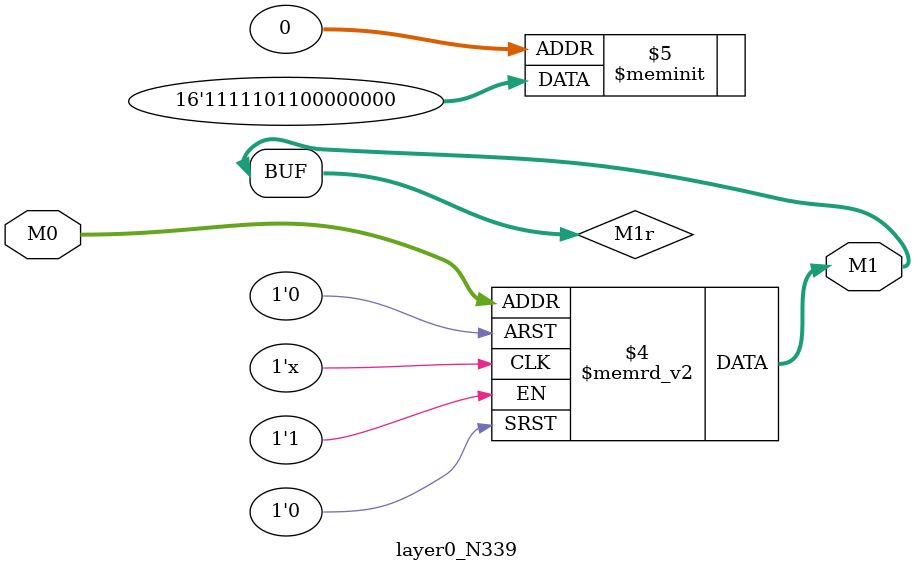
<source format=v>
module layer0_N339 ( input [2:0] M0, output [1:0] M1 );

	(*rom_style = "distributed" *) reg [1:0] M1r;
	assign M1 = M1r;
	always @ (M0) begin
		case (M0)
			3'b000: M1r = 2'b00;
			3'b100: M1r = 2'b11;
			3'b010: M1r = 2'b00;
			3'b110: M1r = 2'b11;
			3'b001: M1r = 2'b00;
			3'b101: M1r = 2'b10;
			3'b011: M1r = 2'b00;
			3'b111: M1r = 2'b11;

		endcase
	end
endmodule

</source>
